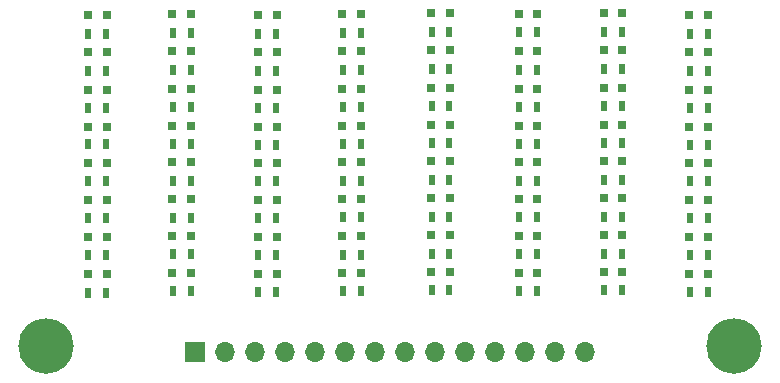
<source format=gts>
%TF.GenerationSoftware,KiCad,Pcbnew,(5.1.9)-1*%
%TF.CreationDate,2021-05-17T19:38:57-07:00*%
%TF.ProjectId,ShiftRegBoard,53686966-7452-4656-9742-6f6172642e6b,rev?*%
%TF.SameCoordinates,Original*%
%TF.FileFunction,Soldermask,Top*%
%TF.FilePolarity,Negative*%
%FSLAX46Y46*%
G04 Gerber Fmt 4.6, Leading zero omitted, Abs format (unit mm)*
G04 Created by KiCad (PCBNEW (5.1.9)-1) date 2021-05-17 19:38:57*
%MOMM*%
%LPD*%
G01*
G04 APERTURE LIST*
%ADD10C,4.700000*%
%ADD11R,0.800000X0.800000*%
%ADD12R,1.700000X1.700000*%
%ADD13O,1.700000X1.700000*%
%ADD14R,0.500000X0.900000*%
G04 APERTURE END LIST*
D10*
%TO.C,REF\u002A\u002A*%
X130695700Y-60845700D03*
%TD*%
%TO.C,REF\u002A\u002A*%
X72504300Y-60845700D03*
%TD*%
D11*
%TO.C,D1*%
X77609500Y-54711600D03*
X76009500Y-54711600D03*
%TD*%
%TO.C,D2*%
X77609500Y-51600100D03*
X76009500Y-51600100D03*
%TD*%
%TO.C,D3*%
X77609500Y-48463200D03*
X76009500Y-48463200D03*
%TD*%
%TO.C,D4*%
X77609500Y-45313600D03*
X76009500Y-45313600D03*
%TD*%
%TO.C,D5*%
X77609500Y-42252900D03*
X76009500Y-42252900D03*
%TD*%
%TO.C,D6*%
X77609500Y-39128700D03*
X76009500Y-39128700D03*
%TD*%
%TO.C,D7*%
X77622200Y-35966400D03*
X76022200Y-35966400D03*
%TD*%
%TO.C,D8*%
X77622200Y-32816800D03*
X76022200Y-32816800D03*
%TD*%
%TO.C,D9*%
X84772300Y-54635400D03*
X83172300Y-54635400D03*
%TD*%
%TO.C,D10*%
X84772300Y-51523900D03*
X83172300Y-51523900D03*
%TD*%
%TO.C,D11*%
X84772300Y-48387000D03*
X83172300Y-48387000D03*
%TD*%
%TO.C,D12*%
X84772300Y-45237400D03*
X83172300Y-45237400D03*
%TD*%
%TO.C,D13*%
X84772300Y-42176700D03*
X83172300Y-42176700D03*
%TD*%
%TO.C,D14*%
X84772300Y-39052500D03*
X83172300Y-39052500D03*
%TD*%
%TO.C,D15*%
X84772300Y-35877500D03*
X83172300Y-35877500D03*
%TD*%
%TO.C,D16*%
X84772300Y-32740600D03*
X83172300Y-32740600D03*
%TD*%
%TO.C,D17*%
X91998600Y-54711600D03*
X90398600Y-54711600D03*
%TD*%
%TO.C,D18*%
X91998600Y-51600100D03*
X90398600Y-51600100D03*
%TD*%
%TO.C,D19*%
X91998600Y-48463200D03*
X90398600Y-48463200D03*
%TD*%
%TO.C,D20*%
X91998600Y-45313600D03*
X90398600Y-45313600D03*
%TD*%
%TO.C,D21*%
X91998600Y-42252900D03*
X90398600Y-42252900D03*
%TD*%
%TO.C,D22*%
X91998600Y-39128700D03*
X90398600Y-39128700D03*
%TD*%
%TO.C,D23*%
X91998600Y-35953700D03*
X90398600Y-35953700D03*
%TD*%
%TO.C,D24*%
X91998600Y-32816800D03*
X90398600Y-32816800D03*
%TD*%
%TO.C,D25*%
X99174100Y-54635400D03*
X97574100Y-54635400D03*
%TD*%
%TO.C,D26*%
X99174100Y-51523900D03*
X97574100Y-51523900D03*
%TD*%
%TO.C,D27*%
X99174100Y-48387000D03*
X97574100Y-48387000D03*
%TD*%
%TO.C,D28*%
X99174100Y-45237400D03*
X97574100Y-45237400D03*
%TD*%
%TO.C,D29*%
X99174100Y-42176700D03*
X97574100Y-42176700D03*
%TD*%
%TO.C,D30*%
X99174100Y-39052500D03*
X97574100Y-39052500D03*
%TD*%
%TO.C,D31*%
X99174100Y-35877500D03*
X97574100Y-35877500D03*
%TD*%
%TO.C,D32*%
X99174100Y-32740600D03*
X97574100Y-32740600D03*
%TD*%
%TO.C,D33*%
X106654400Y-54559200D03*
X105054400Y-54559200D03*
%TD*%
%TO.C,D34*%
X106654400Y-51447700D03*
X105054400Y-51447700D03*
%TD*%
%TO.C,D35*%
X106654400Y-48310800D03*
X105054400Y-48310800D03*
%TD*%
%TO.C,D36*%
X106654400Y-45161200D03*
X105054400Y-45161200D03*
%TD*%
%TO.C,D37*%
X106654400Y-42100500D03*
X105054400Y-42100500D03*
%TD*%
%TO.C,D38*%
X106654400Y-38976300D03*
X105054400Y-38976300D03*
%TD*%
%TO.C,D39*%
X106654400Y-35801300D03*
X105054400Y-35801300D03*
%TD*%
%TO.C,D40*%
X106654400Y-32664400D03*
X105054400Y-32664400D03*
%TD*%
%TO.C,D41*%
X114083900Y-54635400D03*
X112483900Y-54635400D03*
%TD*%
%TO.C,D42*%
X114083900Y-51523900D03*
X112483900Y-51523900D03*
%TD*%
%TO.C,D43*%
X114083900Y-48387000D03*
X112483900Y-48387000D03*
%TD*%
%TO.C,D44*%
X114083900Y-45237400D03*
X112483900Y-45237400D03*
%TD*%
%TO.C,D45*%
X114083900Y-42176700D03*
X112483900Y-42176700D03*
%TD*%
%TO.C,D46*%
X114083900Y-39052500D03*
X112483900Y-39052500D03*
%TD*%
%TO.C,D47*%
X114083900Y-35877500D03*
X112483900Y-35877500D03*
%TD*%
%TO.C,D48*%
X114083900Y-32740600D03*
X112483900Y-32740600D03*
%TD*%
%TO.C,D49*%
X121284800Y-54559200D03*
X119684800Y-54559200D03*
%TD*%
%TO.C,D50*%
X121284800Y-51447700D03*
X119684800Y-51447700D03*
%TD*%
%TO.C,D51*%
X121284800Y-48310800D03*
X119684800Y-48310800D03*
%TD*%
%TO.C,D52*%
X121284800Y-45161200D03*
X119684800Y-45161200D03*
%TD*%
%TO.C,D53*%
X121284800Y-42100500D03*
X119684800Y-42100500D03*
%TD*%
%TO.C,D54*%
X121284800Y-38976300D03*
X119684800Y-38976300D03*
%TD*%
%TO.C,D55*%
X121284800Y-35801300D03*
X119684800Y-35801300D03*
%TD*%
%TO.C,D56*%
X121284800Y-32664400D03*
X119684800Y-32664400D03*
%TD*%
%TO.C,D57*%
X128523800Y-54711600D03*
X126923800Y-54711600D03*
%TD*%
%TO.C,D58*%
X128523800Y-51600100D03*
X126923800Y-51600100D03*
%TD*%
%TO.C,D59*%
X128523800Y-48450500D03*
X126923800Y-48450500D03*
%TD*%
%TO.C,D60*%
X128523800Y-45313600D03*
X126923800Y-45313600D03*
%TD*%
%TO.C,D61*%
X128523800Y-42252900D03*
X126923800Y-42252900D03*
%TD*%
%TO.C,D62*%
X128523800Y-39128700D03*
X126923800Y-39128700D03*
%TD*%
%TO.C,D63*%
X128523800Y-35953700D03*
X126923800Y-35953700D03*
%TD*%
%TO.C,D64*%
X128523800Y-32816800D03*
X126923800Y-32816800D03*
%TD*%
D12*
%TO.C,J1*%
X85115400Y-61302900D03*
D13*
X87655400Y-61302900D03*
X90195400Y-61302900D03*
X92735400Y-61302900D03*
X95275400Y-61302900D03*
X97815400Y-61302900D03*
X100355400Y-61302900D03*
X102895400Y-61302900D03*
X105435400Y-61302900D03*
X107975400Y-61302900D03*
X110515400Y-61302900D03*
X113055400Y-61302900D03*
X115595400Y-61302900D03*
X118135400Y-61302900D03*
%TD*%
D14*
%TO.C,R1*%
X76073000Y-56311800D03*
X77573000Y-56311800D03*
%TD*%
%TO.C,R2*%
X76073000Y-53124100D03*
X77573000Y-53124100D03*
%TD*%
%TO.C,R3*%
X76073000Y-49987200D03*
X77573000Y-49987200D03*
%TD*%
%TO.C,R4*%
X76073000Y-46875700D03*
X77573000Y-46875700D03*
%TD*%
%TO.C,R5*%
X76073000Y-43764200D03*
X77573000Y-43764200D03*
%TD*%
%TO.C,R6*%
X76073000Y-40690800D03*
X77573000Y-40690800D03*
%TD*%
%TO.C,R7*%
X76073000Y-37541200D03*
X77573000Y-37541200D03*
%TD*%
%TO.C,R8*%
X76073000Y-34404300D03*
X77573000Y-34404300D03*
%TD*%
%TO.C,R9*%
X83235800Y-56197500D03*
X84735800Y-56197500D03*
%TD*%
%TO.C,R10*%
X83235800Y-53086000D03*
X84735800Y-53086000D03*
%TD*%
%TO.C,R11*%
X83235800Y-49974500D03*
X84735800Y-49974500D03*
%TD*%
%TO.C,R12*%
X83235800Y-46837600D03*
X84735800Y-46837600D03*
%TD*%
%TO.C,R13*%
X83235800Y-43700700D03*
X84735800Y-43700700D03*
%TD*%
%TO.C,R14*%
X83235800Y-40640000D03*
X84735800Y-40640000D03*
%TD*%
%TO.C,R15*%
X83235800Y-37465000D03*
X84735800Y-37465000D03*
%TD*%
%TO.C,R16*%
X83235800Y-34328100D03*
X84735800Y-34328100D03*
%TD*%
%TO.C,R17*%
X90462100Y-56286400D03*
X91962100Y-56286400D03*
%TD*%
%TO.C,R18*%
X90462100Y-53162200D03*
X91962100Y-53162200D03*
%TD*%
%TO.C,R19*%
X90462100Y-50025300D03*
X91962100Y-50025300D03*
%TD*%
%TO.C,R20*%
X90462100Y-46901100D03*
X91962100Y-46901100D03*
%TD*%
%TO.C,R21*%
X90462100Y-43789600D03*
X91962100Y-43789600D03*
%TD*%
%TO.C,R22*%
X90462100Y-40716200D03*
X91962100Y-40716200D03*
%TD*%
%TO.C,R23*%
X90462100Y-37553900D03*
X91962100Y-37553900D03*
%TD*%
%TO.C,R24*%
X90462100Y-34378900D03*
X91962100Y-34378900D03*
%TD*%
%TO.C,R25*%
X97637600Y-56197500D03*
X99137600Y-56197500D03*
%TD*%
%TO.C,R26*%
X97637600Y-53098700D03*
X99137600Y-53098700D03*
%TD*%
%TO.C,R27*%
X97637600Y-49949100D03*
X99137600Y-49949100D03*
%TD*%
%TO.C,R28*%
X97637600Y-46824900D03*
X99137600Y-46824900D03*
%TD*%
%TO.C,R29*%
X97637600Y-43713400D03*
X99137600Y-43713400D03*
%TD*%
%TO.C,R30*%
X97637600Y-40614600D03*
X99137600Y-40614600D03*
%TD*%
%TO.C,R31*%
X97637600Y-37477700D03*
X99137600Y-37477700D03*
%TD*%
%TO.C,R32*%
X97637600Y-34302700D03*
X99137600Y-34302700D03*
%TD*%
%TO.C,R33*%
X105117900Y-56134000D03*
X106617900Y-56134000D03*
%TD*%
%TO.C,R34*%
X105117900Y-53009800D03*
X106617900Y-53009800D03*
%TD*%
%TO.C,R35*%
X105117900Y-49872900D03*
X106617900Y-49872900D03*
%TD*%
%TO.C,R36*%
X105117900Y-46774100D03*
X106617900Y-46774100D03*
%TD*%
%TO.C,R37*%
X105117900Y-43611800D03*
X106617900Y-43611800D03*
%TD*%
%TO.C,R38*%
X105117900Y-40525700D03*
X106617900Y-40525700D03*
%TD*%
%TO.C,R39*%
X105117900Y-37376100D03*
X106617900Y-37376100D03*
%TD*%
%TO.C,R40*%
X105117900Y-34226500D03*
X106617900Y-34226500D03*
%TD*%
%TO.C,R41*%
X112547400Y-56197500D03*
X114047400Y-56197500D03*
%TD*%
%TO.C,R42*%
X112547400Y-53073300D03*
X114047400Y-53073300D03*
%TD*%
%TO.C,R43*%
X112547400Y-49949100D03*
X114047400Y-49949100D03*
%TD*%
%TO.C,R44*%
X112547400Y-46824900D03*
X114047400Y-46824900D03*
%TD*%
%TO.C,R45*%
X112547400Y-43726100D03*
X114047400Y-43726100D03*
%TD*%
%TO.C,R46*%
X112547400Y-40627300D03*
X114047400Y-40627300D03*
%TD*%
%TO.C,R47*%
X112547400Y-37465000D03*
X114047400Y-37465000D03*
%TD*%
%TO.C,R48*%
X112547400Y-34264600D03*
X114047400Y-34264600D03*
%TD*%
%TO.C,R49*%
X119748300Y-56083200D03*
X121248300Y-56083200D03*
%TD*%
%TO.C,R50*%
X119748300Y-53009800D03*
X121248300Y-53009800D03*
%TD*%
%TO.C,R51*%
X119748300Y-49885600D03*
X121248300Y-49885600D03*
%TD*%
%TO.C,R52*%
X119748300Y-46748700D03*
X121248300Y-46748700D03*
%TD*%
%TO.C,R53*%
X119748300Y-43637200D03*
X121248300Y-43637200D03*
%TD*%
%TO.C,R54*%
X119748300Y-40551100D03*
X121248300Y-40551100D03*
%TD*%
%TO.C,R55*%
X119748300Y-37401500D03*
X121248300Y-37401500D03*
%TD*%
%TO.C,R56*%
X119748300Y-34226500D03*
X121248300Y-34226500D03*
%TD*%
%TO.C,R57*%
X126987300Y-56299100D03*
X128487300Y-56299100D03*
%TD*%
%TO.C,R58*%
X126987300Y-53149500D03*
X128487300Y-53149500D03*
%TD*%
%TO.C,R59*%
X126987300Y-50012600D03*
X128487300Y-50012600D03*
%TD*%
%TO.C,R60*%
X126987300Y-46875700D03*
X128487300Y-46875700D03*
%TD*%
%TO.C,R61*%
X126987300Y-43789600D03*
X128487300Y-43789600D03*
%TD*%
%TO.C,R62*%
X126987300Y-40678100D03*
X128487300Y-40678100D03*
%TD*%
%TO.C,R63*%
X126987300Y-37541200D03*
X128487300Y-37541200D03*
%TD*%
%TO.C,R64*%
X126987300Y-34378900D03*
X128487300Y-34378900D03*
%TD*%
M02*

</source>
